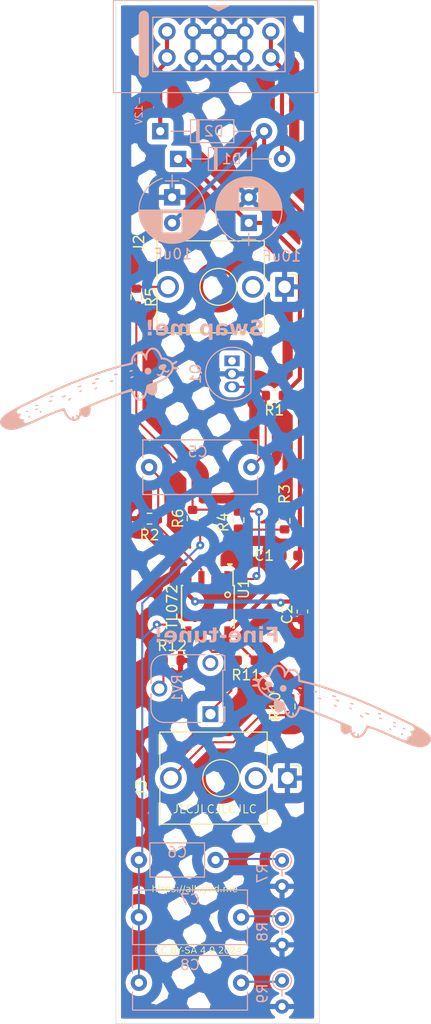
<source format=kicad_pcb>
(kicad_pcb (version 20240108) (generator "pcbnew") (generator_version "8.0")
  (layers (0 "F.Cu" signal) (31 "B.Cu" signal) (34 "B.Paste" user) (35 "F.Paste" user) (36 "B.SilkS" user "B.Silkscreen") (37 "F.SilkS" user "F.Silkscreen") (38 "B.Mask" user) (39 "F.Mask" user) (44 "Edge.Cuts" user))
  (net 0 "")
  (net 1 "Net-(U1A-+)")
  (net 2 "+12V")
  (net 3 "Net-(D1-A)")
  (net 4 "-12V")
  (net 5 "Net-(D2-K)")
  (net 6 "GND")
  (net 7 "Net-(Q1-E)")
  (net 8 "Net-(U1B-+)")
  (net 9 "Net-(U1A--)")
  (net 11 "Net-(J2-PadT)")
  (net 12 "Net-(J3-PadT)")
  (net 15 "/WHITE_NOISE")
  (net 16 "Net-(C6-Pad1)")
  (net 17 "Net-(U1B--)")
  (net 18 "Net-(C7-Pad1)")
  (net 19 "Net-(C8-Pad1)")
  (net 20 "Net-(R10-Pad2)")
  (net 21 "Net-(R12-Pad1)")
  (footprint "Resistor_SMD:R_0603_1608Metric" (layer "F.Cu") (at 115.5 88.62 180)
    (property "Reference" "R1" (at 0 -1.43 180) (layer "F.SilkS"))
    (property "Value" "100k")
    (pad "1" smd roundrect (at -0.825 0 180) (size 0.8 0.95) (layers "F.Cu" "F.Paste" "F.Mask") (net 2 "+12V"))
    (pad "2" smd roundrect (at 0.825 0 180) (size 0.8 0.95) (layers "F.Cu" "F.Paste" "F.Mask") (net 7 "Net-(Q1-E)"))
  )
  (footprint "Resistor_SMD:R_0603_1608Metric" (layer "F.Cu") (at 103.29 100.65)
    (property "Reference" "R2" (at 0 1.6 0) (layer "F.SilkS"))
    (property "Value" "100k")
    (pad "1" smd roundrect (at -0.825 0) (size 0.8 0.95) (layers "F.Cu" "F.Paste" "F.Mask") (net 6 "GND"))
    (pad "2" smd roundrect (at 0.825 0) (size 0.8 0.95) (layers "F.Cu" "F.Paste" "F.Mask") (net 1 "Net-(U1A-+)"))
  )
  (footprint "Resistor_SMD:R_0603_1608Metric" (layer "F.Cu") (at 105.5 114.5)
    (property "Reference" "R12" (at 0 -1.43 0) (layer "F.SilkS"))
    (property "Value" "10k")
    (pad "1" smd roundrect (at -0.825 0) (size 0.8 0.95) (layers "F.Cu" "F.Paste" "F.Mask") (net 21 "Net-(R12-Pad1)"))
    (pad "2" smd roundrect (at 0.825 0) (size 0.8 0.95) (layers "F.Cu" "F.Paste" "F.Mask") (net 6 "GND"))
  )
  (footprint "Resistor_SMD:R_0603_1608Metric" (layer "F.Cu") (at 117 119 90)
    (property "Reference" "R10" (at 0 -1.43 90) (layer "F.SilkS"))
    (property "Value" "1k")
    (pad "1" smd roundrect (at -0.825 0 90) (size 0.8 0.95) (layers "F.Cu" "F.Paste" "F.Mask") (net 12 "Net-(J3-PadT)"))
    (pad "2" smd roundrect (at 0.825 0 90) (size 0.8 0.95) (layers "F.Cu" "F.Paste" "F.Mask") (net 20 "Net-(R10-Pad2)"))
  )
  (footprint "Resistor_SMD:R_0603_1608Metric" (layer "F.Cu") (at 107.5 100.62 90)
    (property "Reference" "R6" (at 0 -1.43 90) (layer "F.SilkS"))
    (property "Value" "100k")
    (pad "1" smd roundrect (at -0.825 0 90) (size 0.8 0.95) (layers "F.Cu" "F.Paste" "F.Mask") (net 8 "Net-(U1B-+)"))
    (pad "2" smd roundrect (at 0.825 0 90) (size 0.8 0.95) (layers "F.Cu" "F.Paste" "F.Mask") (net 15 "/WHITE_NOISE"))
  )
  (footprint "Resistor_SMD:R_0603_1608Metric" (layer "F.Cu") (at 112 100.79 -90)
    (property "Reference" "R4" (at 0.21 1.5 -90) (layer "F.SilkS"))
    (property "Value" "100k")
    (pad "1" smd roundrect (at -0.825 0 270) (size 0.8 0.95) (layers "F.Cu" "F.Paste" "F.Mask") (net 15 "/WHITE_NOISE"))
    (pad "2" smd roundrect (at 0.825 0 270) (size 0.8 0.95) (layers "F.Cu" "F.Paste" "F.Mask") (net 9 "Net-(U1A--)"))
  )
  (footprint "Resistor_SMD:R_0603_1608Metric" (layer "F.Cu") (at 102 79 -90)
    (property "Reference" "R5" (at 0 -1.43 -90) (layer "F.SilkS"))
    (property "Value" "1k")
    (pad "1" smd roundrect (at -0.825 0 270) (size 0.8 0.95) (layers "F.Cu" "F.Paste" "F.Mask") (net 11 "Net-(J2-PadT)"))
    (pad "2" smd roundrect (at 0.825 0 270) (size 0.8 0.95) (layers "F.Cu" "F.Paste" "F.Mask") (net 15 "/WHITE_NOISE"))
  )
  (footprint "Capacitor_SMD:C_0603_1608Metric" (layer "F.Cu") (at 117.025 104.25 180)
    (property "Reference" "C1" (at 2.525 0 0) (layer "F.SilkS"))
    (property "Value" "0.1uF")
    (pad "1" smd roundrect (at -0.775 0 180) (size 0.9 0.95) (layers "F.Cu" "F.Paste" "F.Mask") (net 2 "+12V"))
    (pad "2" smd roundrect (at 0.775 0 180) (size 0.9 0.95) (layers "F.Cu" "F.Paste" "F.Mask") (net 6 "GND"))
  )
  (footprint "Capacitor_SMD:C_0603_1608Metric" (layer "F.Cu") (at 118.25 109.725 -90)
    (property "Reference" "C2" (at 0.275 1.5 90) (layer "F.SilkS"))
    (property "Value" "0.1uF")
    (pad "1" smd roundrect (at -0.775 0 270) (size 0.9 0.95) (layers "F.Cu" "F.Paste" "F.Mask") (net 4 "-12V"))
    (pad "2" smd roundrect (at 0.775 0 270) (size 0.9 0.95) (layers "F.Cu" "F.Paste" "F.Mask") (net 6 "GND"))
  )
  (footprint "Connector_Audio:Jack_3.5mm_QingPu_WQP-PJ398SM_Vertical_CircularHoles" (layer "F.Cu") (at 116.78 126 -90)
    (property "Reference" "J3" (at 1 14.28 90) (layer "F.SilkS"))
    (property "Value" "WHITE" (hide yes))
    (pad "S" thru_hole rect (at 0 0 90) (size 1.93 1.83) (drill 1.22) (layers "*.Cu" "*.Mask") (net 6 "GND"))
    (pad "T" thru_hole circle (at 0 11.4 90) (size 2.13 2.13) (drill 1.43) (layers "*.Cu" "*.Mask") (net 12 "Net-(J3-PadT)"))
    (pad "TN" thru_hole circle (at 0 3.1 90) (size 2.13 2.13) (drill 1.42) (layers "*.Cu" "*.Mask"))
    (zone (net 0) (net_name "") (layer "F.Cu") (connect_pads (clearance 0)) (min_thickness 0.254)
      (keepout (tracks not_allowed) (vias not_allowed) (pads not_allowed) (copperpour not_allowed) (footprints not_allowed))
      (fill (thermal_gap 0.508) (thermal_bridge_width 0.508))
      (polygon (pts (xy 110.3 127.505141) (xy 110.545829 127.48493) (xy 110.785055 127.424841) (xy 111.011256 127.326486) (xy 111.218355 127.192508) (xy 111.40079 127.026504) (xy 111.553664 126.832932) (xy 111.672869 126.616992) (xy 111.755206 126.384482) (xy 111.798461 126.141646) (xy 111.801475 125.895007) (xy 111.764165 125.651187) (xy 111.687534 125.416734) (xy 111.57364 125.197946) (xy 111.425542 125.000697) (xy 111.247216 124.830286) (xy 111.043452 124.691288) (xy 110.819722 124.587436) (xy 110.582035 124.521519) (xy 110.336774 124.495308) (xy 110.090525 124.509507) (xy 109.849901 124.563734) (xy 109.621366 124.656532) (xy 109.411055 124.785411) (xy 109.224618 124.946908) (xy 109.067061 125.136687) (xy 108.942615 125.34965) (xy 108.854623 125.580079) (xy 108.805447 125.821785) (xy 108.796408 126.068278) (xy 108.82775 126.312936) (xy 108.89863 126.549191) (xy 109.007144 126.770697) (xy 109.150379 126.971505) (xy 109.324488 127.146223) (xy 109.524795 127.290158) (xy 109.745921 127.399445) (xy 109.981926 127.471149) (xy 110.226474 127.503344)))
    )
  )
  (footprint "Connector_Audio:Jack_3.5mm_QingPu_WQP-PJ398SM_Vertical_CircularHoles" (layer "F.Cu") (at 116.5 78 -90)
    (property "Reference" "J2" (at -4.25 14.25 90) (layer "F.SilkS"))
    (property "Value" "PINK" (hide yes))
    (pad "S" thru_hole rect (at 0 0 90) (size 1.93 1.83) (drill 1.22) (layers "*.Cu" "*.Mask") (net 6 "GND"))
    (pad "T" thru_hole circle (at 0 11.4 90) (size 2.13 2.13) (drill 1.43) (layers "*.Cu" "*.Mask") (net 11 "Net-(J2-PadT)"))
    (pad "TN" thru_hole circle (at 0 3.1 90) (size 2.13 2.13) (drill 1.42) (layers "*.Cu" "*.Mask"))
    (zone (net 0) (net_name "") (layer "F.Cu") (connect_pads (clearance 0)) (min_thickness 0.254)
      (keepout (tracks not_allowed) (vias not_allowed) (pads not_allowed) (copperpour not_allowed) (footprints not_allowed))
      (fill (thermal_gap 0.508) (thermal_bridge_width 0.508))
      (polygon (pts (xy 110.02 79.505141) (xy 110.265829 79.48493) (xy 110.505055 79.424841) (xy 110.731256 79.326486) (xy 110.938355 79.192508) (xy 111.12079 79.026504) (xy 111.273664 78.832932) (xy 111.392869 78.616992) (xy 111.475206 78.384482) (xy 111.518461 78.141646) (xy 111.521475 77.895007) (xy 111.484165 77.651187) (xy 111.407534 77.416734) (xy 111.29364 77.197946) (xy 111.145542 77.000697) (xy 110.967216 76.830286) (xy 110.763452 76.691288) (xy 110.539722 76.587436) (xy 110.302035 76.521519) (xy 110.056774 76.495308) (xy 109.810525 76.509507) (xy 109.569901 76.563734) (xy 109.341366 76.656532) (xy 109.131055 76.785411) (xy 108.944618 76.946908) (xy 108.787061 77.136687) (xy 108.662615 77.34965) (xy 108.574623 77.580079) (xy 108.525447 77.821785) (xy 108.516408 78.068278) (xy 108.54775 78.312936) (xy 108.61863 78.549191) (xy 108.727144 78.770697) (xy 108.870379 78.971505) (xy 109.044488 79.146223) (xy 109.244795 79.290158) (xy 109.465921 79.399445) (xy 109.701926 79.471149) (xy 109.946474 79.503344)))
    )
  )
  (footprint "PCM_4ms_Package_SOIC:SOIC-8_3.9x4.9mm_Pitch1.27mm" (layer "F.Cu") (at 109 109.25 -90)
    (property "Reference" "U1" (at -1.75 -3.5 -90) (layer "F.SilkS"))
    (property "Value" "TL072" (at 0 3.5 -90) (layer "F.SilkS"))
    (pad "1" smd rect (at -2.7 -1.905 270) (size 1.55 0.6) (layers "F.Cu" "F.Paste" "F.Mask") (net 15 "/WHITE_NOISE"))
    (pad "2" smd rect (at -2.7 -0.635 270) (size 1.55 0.6) (layers "F.Cu" "F.Paste" "F.Mask") (net 9 "Net-(U1A--)"))
    (pad "3" smd rect (at -2.7 0.635 270) (size 1.55 0.6) (layers "F.Cu" "F.Paste" "F.Mask") (net 1 "Net-(U1A-+)"))
    (pad "4" smd rect (at -2.7 1.905 270) (size 1.55 0.6) (layers "F.Cu" "F.Paste" "F.Mask") (net 4 "-12V"))
    (pad "5" smd rect (at 2.7 1.905 270) (size 1.55 0.6) (layers "F.Cu" "F.Paste" "F.Mask") (net 8 "Net-(U1B-+)"))
    (pad "6" smd rect (at 2.7 0.635 270) (size 1.55 0.6) (layers "F.Cu" "F.Paste" "F.Mask") (net 17 "Net-(U1B--)"))
    (pad "7" smd rect (at 2.7 -0.635 270) (size 1.55 0.6) (layers "F.Cu" "F.Paste" "F.Mask") (net 20 "Net-(R10-Pad2)"))
    (pad "8" smd rect (at 2.7 -1.905 270) (size 1.55 0.6) (layers "F.Cu" "F.Paste" "F.Mask") (net 2 "+12V"))
  )
  (footprint "Resistor_SMD:R_0603_1608Metric" (layer "F.Cu") (at 116.5 100.87 -90)
    (property "Reference" "R3" (at -2.62 0 -90) (layer "F.SilkS"))
    (property "Value" "680")
    (pad "1" smd roundrect (at -0.825 0 270) (size 0.8 0.95) (layers "F.Cu" "F.Paste" "F.Mask") (net 6 "GND"))
    (pad "2" smd roundrect (at 0.825 0 270) (size 0.8 0.95) (layers "F.Cu" "F.Paste" "F.Mask") (net 9 "Net-(U1A--)"))
  )
  (footprint "Resistor_SMD:R_0603_1608Metric" (layer "F.Cu") (at 112.75 114.5 180)
    (property "Reference" "R11" (at 0 -1.43 180) (layer "F.SilkS"))
    (property "Value" "100k")
    (pad "1" smd roundrect (at -0.825 0 180) (size 0.8 0.95) (layers "F.Cu" "F.Paste" "F.Mask") (net 20 "Net-(R10-Pad2)"))
    (pad "2" smd roundrect (at 0.825 0 180) (size 0.8 0.95) (layers "F.Cu" "F.Paste" "F.Mask") (net 17 "Net-(U1B--)"))
  )
  (footprint "misc:logo" (layer "B.Cu") (at 122 119.5 160)
    (property "Reference" "G***" (hide yes))
    (property "Value" "LOGO" (hide yes))
  )
  (footprint "Capacitor_THT:C_Rect_L11.0mm_W5.1mm_P10.00mm_MKT" (layer "B.Cu") (at 112.25 146 180)
    (property "Reference" "C8" (at 5 1.75 0) (layer "B.SilkS") (effects (justify mirror)))
    (property "Value" ".033uF")
    (pad "1" thru_hole circle (at 0 0 180) (size 1.6 1.6) (drill 0.8) (layers "*.Cu" "*.Mask") (net 19 "Net-(C8-Pad1)"))
    (pad "2" thru_hole circle (at 10 0 180) (size 1.6 1.6) (drill 0.8) (layers "*.Cu" "*.Mask") (net 8 "Net-(U1B-+)"))
  )
  (footprint "Capacitor_THT:C_Axial_L5.1mm_D3.1mm_P7.50mm_Horizontal" (layer "B.Cu") (at 109.75 134 180)
    (property "Reference" "C6" (at 3.75 0.75 0) (layer "B.SilkS") (effects (justify mirror)))
    (property "Value" "330pf")
    (pad "1" thru_hole circle (at 0 0 180) (size 1.6 1.6) (drill 0.8) (layers "*.Cu" "*.Mask") (net 16 "Net-(C6-Pad1)"))
    (pad "2" thru_hole oval (at 7.5 0 180) (size 1.6 1.6) (drill 0.8) (layers "*.Cu" "*.Mask") (net 8 "Net-(U1B-+)"))
  )
  (footprint "PCM_4ms_Capacitor:CP_Radial_P2.5mm" (layer "B.Cu") (at 113 71.75 90)
    (property "Reference" "C3" (hide yes))
    (property "Value" "10uF" (at -3.25 3.25 0) (layer "B.SilkS") (effects (font (size 1.016 1.016) (thickness 0.1524)) (justify mirror)))
    (pad "1" thru_hole rect (at 0 0 90) (size 1.6 1.6) (drill 0.8) (layers "*.Cu" "*.Mask") (net 2 "+12V"))
    (pad "2" thru_hole circle (at 2.5 0 90) (size 1.6 1.6) (drill 0.8) (layers "*.Cu" "*.Mask") (net 6 "GND"))
  )
  (footprint "Resistor_THT:R_Axial_DIN0204_L3.6mm_D1.6mm_P2.54mm_Vertical" (layer "B.Cu") (at 116.25 145.78 -90)
    (property "Reference" "R9" (at 1.27 1.92 90) (layer "B.SilkS") (effects (justify mirror)))
    (property "Value" "47k")
    (pad "1" thru_hole circle (at 0 0 270) (size 1.4 1.4) (drill 0.7) (layers "*.Cu" "*.Mask") (net 19 "Net-(C8-Pad1)"))
    (pad "2" thru_hole oval (at 2.54 0 270) (size 1.4 1.4) (drill 0.7) (layers "*.Cu" "*.Mask") (net 6 "GND"))
  )
  (footprint "Diode_THT:D_DO-35_SOD27_P10.16mm_Horizontal" (layer "B.Cu") (at 104.34 62.79)
    (property "Reference" "D2" (at 5.25 0 0) (layer "B.SilkS") (effects (justify mirror)))
    (property "Value" "1N5817" (hide yes))
    (pad "1" thru_hole rect (at 0 0) (size 1.6 1.6) (drill 0.8) (layers "*.Cu" "*.Mask") (net 5 "Net-(D2-K)"))
    (pad "2" thru_hole oval (at 10.16 0) (size 1.6 1.6) (drill 0.8) (layers "*.Cu" "*.Mask") (net 4 "-12V"))
  )
  (footprint "Diode_THT:D_DO-35_SOD27_P10.16mm_Horizontal" (layer "B.Cu") (at 106.09 65.5)
    (property "Reference" "D1" (at 5.25 0 0) (layer "B.SilkS") (effects (justify mirror)))
    (property "Value" "1N5817" (hide yes))
    (pad "1" thru_hole rect (at 0 0) (size 1.6 1.6) (drill 0.8) (layers "*.Cu" "*.Mask") (net 2 "+12V"))
    (pad "2" thru_hole oval (at 10.16 0) (size 1.6 1.6) (drill 0.8) (layers "*.Cu" "*.Mask") (net 3 "Net-(D1-A)"))
  )
  (footprint "Potentiometer_THT:Potentiometer_Runtron_RM-065_Vertical" (layer "B.Cu") (at 109.25 119.75 90)
    (property "Reference" "RV1" (at 2.5 -3.25 90) (layer "B.SilkS") (effects (justify mirror)))
    (property "Value" "10k")
    (pad "1" thru_hole rect (at 0 0 90) (size 1.56 1.56) (drill 1) (layers "*.Cu" "*.Mask") (net 17 "Net-(U1B--)"))
    (pad "2" thru_hole circle (at 2.5 -5 90) (size 1.56 1.56) (drill 1) (layers "*.Cu" "*.Mask") (net 21 "Net-(R12-Pad1)"))
    (pad "3" thru_hole circle (at 5 0 90) (size 1.56 1.56) (drill 1) (layers "*.Cu" "*.Mask"))
  )
  (footprint "Resistor_THT:R_Axial_DIN0204_L3.6mm_D1.6mm_P2.54mm_Vertical" (layer "B.Cu") (at 116.25 139.75 -90)
    (property "Reference" "R8" (at 1.27 1.92 90) (layer "B.SilkS") (effects (justify mirror)))
    (property "Value" "10k")
    (pad "1" thru_hole circle (at 0 0 270) (size 1.4 1.4) (drill 0.7) (layers "*.Cu" "*.Mask") (net 18 "Net-(C7-Pad1)"))
    (pad "2" thru_hole oval (at 2.54 0 270) (size 1.4 1.4) (drill 0.7) (layers "*.Cu" "*.Mask") (net 6 "GND"))
  )
  (footprint "misc:logo" (layer "B.Cu") (at 97.5 88.5 -160)
    (property "Reference" "G***" (hide yes))
    (property "Value" "LOGO" (hide yes))
  )
  (footprint "Capacitor_THT:C_Rect_L11.0mm_W5.1mm_P10.00mm_MKT" (layer "B.Cu") (at 113.25 95.62 180)
    (property "Reference" "C5" (at 5.25 1.5 0) (layer "B.SilkS") (effects (justify mirror)))
    (property "Value" "0.22uf")
    (pad "1" thru_hole circle (at 0 0 180) (size 1.6 1.6) (drill 0.8) (layers "*.Cu" "*.Mask") (net 7 "Net-(Q1-E)"))
    (pad "2" thru_hole circle (at 10 0 180) (size 1.6 1.6) (drill 0.8) (layers "*.Cu" "*.Mask") (net 1 "Net-(U1A-+)"))
  )
  (footprint "PCM_4ms_Capacitor:CP_Radial_P2.5mm" (layer "B.Cu") (at 105.5 69.25 -90)
    (property "Reference" "C4" (hide yes))
    (property "Value" "10uF" (at 5.54 -0.09 0) (layer "B.SilkS") (effects (font (size 1.016 1.016) (thickness 0.1524)) (justify mirror)))
    (pad "1" thru_hole rect (at 0 0 270) (size 1.6 1.6) (drill 0.8) (layers "*.Cu" "*.Mask") (net 6 "GND"))
    (pad "2" thru_hole circle (at 2.5 0 270) (size 1.6 1.6) (drill 0.8) (layers "*.Cu" "*.Mask") (net 4 "-12V"))
  )
  (footprint "Capacitor_THT:C_Rect_L11.0mm_W5.1mm_P10.00mm_MKT" (layer "B.Cu") (at 112.25 139.6 180)
    (property "Reference" "C7" (at 5 1.75 0) (layer "B.SilkS") (effects (justify mirror)))
    (property "Value" ".0033uF")
    (pad "1" thru_hole circle (at 0 0 180) (size 1.6 1.6) (drill 0.8) (layers "*.Cu" "*.Mask") (net 18 "Net-(C7-Pad1)"))
    (pad "2" thru_hole circle (at 10 0 180) (size 1.6 1.6) (drill 0.8) (layers "*.Cu" "*.Mask") (net 8 "Net-(U1B-+)"))
  )
  (footprint "Package_TO_SOT_THT:TO-92_Inline" (layer "B.Cu") (at 111.36 85.23 -90)
    (property "Reference" "Q1" (at 1.27 3.56 90) (layer "B.SilkS") (effects (justify mirror)))
    (property "Value" "BC548")
    (pad "1" thru_hole rect (at 0 0 270) (size 1.05 1.5) (drill 0.75) (layers "*.Cu" "*.Mask"))
    (pad "2" thru_hole oval (at 1.27 0 270) (size 1.05 1.5) (drill 0.75) (layers "*.Cu" "*.Mask") (net 6 "GND"))
    (pad "3" thru_hole oval (at 2.54 0 270) (size 1.05 1.5) (drill 0.75) (layers "*.Cu" "*.Mask") (net 7 "Net-(Q1-E)"))
  )
  (footprint "Resistor_THT:R_Axial_DIN0204_L3.6mm_D1.6mm_P2.54mm_Vertical" (layer "B.Cu") (at 116.25 134.03 -90)
    (property "Reference" "R7" (at 1.27 1.92 90) (layer "B.SilkS") (effects (justify mirror)))
    (property "Value" "2k")
    (pad "1" thru_hole circle (at 0 0 270) (size 1.4 1.4) (drill 0.7) (layers "*.Cu" "*.Mask") (net 16 "Net-(C6-Pad1)"))
    (pad "2" thru_hole oval (at 2.54 0 270) (size 1.4 1.4) (drill 0.7) (layers "*.Cu" "*.Mask") (net 6 "GND"))
  )
  (footprint "misc:Pins_2x05_2.54mm_TH_Europower_shrouded" (layer "B.Cu") (at 108.5 54.52 90)
    (property "Reference" "J1" (hide yes))
    (property "Value" "EURO_PWR_2x5" (hide yes))
    (fp_text user "-12V" (at -6.23 -6.25 -90) (layer "B.SilkS") (effects (font (size 0.7 0.7) (thickness 0.1)) (justify mirror)))
    (pad "1" thru_hole oval (at -1.06 6.66 90) (size 1.7 1.7) (drill 1) (layers "*.Cu" "*.Mask") (net 3 "Net-(D1-A)"))
    (pad "2" thru_hole oval (at 1.48 6.66 90) (size 1.7 1.7) (drill 1) (layers "*.Cu" "*.Mask") (net 3 "Net-(D1-A)"))
    (pad "3" thru_hole oval (at -1.06 4.12 90) (size 1.7 1.7) (drill 1) (layers "*.Cu" "*.Mask") (net 6 "GND"))
    (pad "4" thru_hole oval (at 1.48 4.12 90) (size 1.7 1.7) (drill 1) (layers "*.Cu" "*.Mask") (net 6 "GND"))
    (pad "5" thru_hole oval (at -1.06 1.58 90) (size 1.7 1.7) (drill 1) (layers "*.Cu" "*.Mask") (net 6 "GND"))
    (pad "6" thru_hole oval (at 1.48 1.58 90) (size 1.7 1.7) (drill 1) (layers "*.Cu" "*.Mask") (net 6 "GND"))
    (pad "7" thru_hole oval (at -1.06 -0.96 90) (size 1.7 1.7) (drill 1) (layers "*.Cu" "*.Mask") (net 6 "GND"))
    (pad "8" thru_hole oval (at 1.48 -0.96 90) (size 1.7 1.7) (drill 1) (layers "*.Cu" "*.Mask") (net 6 "GND"))
    (pad "9" thru_hole oval (at -1.06 -3.5 90) (size 1.7 1.7) (drill 1) (layers "*.Cu" "*.Mask") (net 5 "Net-(D2-K)"))
    (pad "10" thru_hole oval (at 1.48 -3.5 90) (size 1.7 1.7) (drill 1) (layers "*.Cu" "*.Mask") (net 5 "Net-(D2-K)"))
  )
  (gr_rect (start 100 50) (end 119.9 150) (stroke (width 0.05)) (fill none) (layer "Edge.Cuts"))
  (gr_text "Swap me!" (at 114.5 83 -0) (layer "B.SilkS") (effects (font (size 1.5 1.5) (thickness 0.3) (bold yes)) (justify left bottom mirror)))
  (gr_text "Fine-tune!\n" (at 116 113 0) (layer "B.SilkS") (effects (font (size 1.5 1.5) (thickness 0.3) (bold yes)) (justify left bottom mirror)))
  (gr_text "https://alloyed.me" (at 103.5 137.25 0) (layer "F.SilkS") (effects (font (size 0.66 0.66) (thickness 1)) (justify left bottom)))
  (gr_text "JLCJLCJLCJLC" (at 105.5 129.5 0) (layer "F.SilkS") (effects (font (size 0.8 0.8) (thickness 0.1)) (justify left bottom)))
  (gr_text "CC BY-SA 4.0 2024" (at 103.75 143.25 0) (layer "F.SilkS") (effects (font (size 0.66 0.66) (thickness 0.165)) (justify left bottom)))
  (segment (start 104.14 101.39) (end 104.14 100.65) (width 0.2) (layer "F.Cu") (net 1))
  (segment (start 103.25 95.62) (end 104.14 96.51) (width 0.2) (layer "F.Cu") (net 1))
  (segment (start 104.14 96.51) (end 104.14 100.65) (width 0.2) (layer "F.Cu") (net 1))
  (segment (start 108.365 105.615) (end 104.14 101.39) (width 0.2) (layer "F.Cu") (net 1))
  (segment (start 108.365 106.55) (end 108.365 105.615) (width 0.2) (layer "F.Cu") (net 1))
  (segment (start 118 104.855) (end 118 90.27) (width 0.4) (layer "F.Cu") (net 2))
  (segment (start 106.75 65.5) (end 113 71.75) (width 0.4) (layer "F.Cu") (net 2))
  (segment (start 114.75 71.75) (end 113 71.75) (width 0.4) (layer "F.Cu") (net 2))
  (segment (start 116.35 88.62) (end 118 86.97) (width 0.4) (layer "F.Cu") (net 2))
  (segment (start 118 75) (end 114.75 71.75) (width 0.4) (layer "F.Cu") (net 2))
  (segment (start 118 86.97) (end 118 75) (width 0.4) (layer "F.Cu") (net 2))
  (segment (start 118 90.27) (end 116.35 88.62) (width 0.4) (layer "F.Cu") (net 2))
  (segment (start 106.09 65.5) (end 106.75 65.5) (width 0.2) (layer "F.Cu") (net 2))
  (segment (start 110.905 111.95) (end 118 104.855) (width 0.4) (layer "F.Cu") (net 2))
  (segment (start 115.16 53.04) (end 115.16 55.58) (width 0.4) (layer "F.Cu") (net 3))
  (segment (start 115.16 55.58) (end 116.25 56.67) (width 0.4) (layer "F.Cu") (net 3))
  (segment (start 116.25 56.67) (end 116.25 65.5) (width 0.4) (layer "F.Cu") (net 3))
  (segment (start 118.75 71.25) (end 114.5 67) (width 0.4) (layer "F.Cu") (net 4))
  (segment (start 118 108.75) (end 116.226322 108.75) (width 0.4) (layer "F.Cu") (net 4))
  (segment (start 118.25 108.95) (end 118.25 107.75) (width 0.4) (layer "F.Cu") (net 4))
  (segment (start 107.095 108.095) (end 107.095 106.55) (width 0.4) (layer "F.Cu") (net 4))
  (segment (start 118.25 108.95) (end 118.55 108.65) (width 0.2) (layer "F.Cu") (net 4))
  (segment (start 118.75 107.25) (end 118.75 71.25) (width 0.4) (layer "F.Cu") (net 4))
  (segment (start 107.75 108.75) (end 107.095 108.095) (width 0.4) (layer "F.Cu") (net 4))
  (segment (start 116.226322 108.75) (end 116.113161 108.863161) (width 0.4) (layer "F.Cu") (net 4))
  (segment (start 118.25 107.75) (end 118.75 107.25) (width 0.4) (layer "F.Cu") (net 4))
  (segment (start 114.5 67) (end 114.5 62.79) (width 0.4) (layer "F.Cu") (net 4))
  (via (at 116.113161 108.863161) (size 0.8) (drill 0.3) (layers "F.Cu" "B.Cu") (net 4))
  (via (at 107.75 108.75) (size 0.8) (drill 0.3) (layers "F.Cu" "B.Cu") (net 4))
  (segment (start 105.5 71.75) (end 114.46 62.79) (width 0.4) (layer "B.Cu") (net 4))
  (segment (start 107.75 108.75) (end 116 108.75) (width 0.4) (layer "B.Cu") (net 4))
  (segment (start 116 108.75) (end 116.113161 108.863161) (width 0.4) (layer "B.Cu") (net 4))
  (segment (start 114.46 62.79) (end 114.5 62.79) (width 0.2) (layer "B.Cu") (net 4))
  (segment (start 105 55.58) (end 105 56) (width 0.2) (layer "F.Cu") (net 5))
  (segment (start 104.34 56.66) (end 104.34 62.79) (width 0.4) (layer "F.Cu") (net 5))
  (segment (start 105 56) (end 104.34 56.66) (width 0.4) (layer "F.Cu") (net 5))
  (segment (start 105 53.04) (end 105 55.58) (width 0.4) (layer "F.Cu") (net 5))
  (segment (start 114.65 94.22) (end 113.25 95.62) (width 0.2) (layer "F.Cu") (net 7))
  (segment (start 111.36 87.77) (end 113.8 87.77) (width 0.2) (layer "F.Cu") (net 7))
  (segment (start 113.8 87.77) (end 114.65 88.62) (width 0.2) (layer "F.Cu") (net 7))
  (segment (start 114.65 88.62) (end 114.65 94.22) (width 0.2) (layer "F.Cu") (net 7))
  (segment (start 108.25 103.25) (end 108.25 102.22) (width 0.2) (layer "F.Cu") (net 8))
  (segment (start 108.25 102.22) (end 107.5 101.47) (width 0.2) (layer "F.Cu") (net 8))
  (segment (start 104 111) (end 106.145 111) (width 0.2) (layer "F.Cu") (net 8))
  (segment (start 106.145 111) (end 107.095 111.95) (width 0.2) (layer "F.Cu") (net 8))
  (via (at 104 111) (size 0.8) (drill 0.3) (layers "F.Cu" "B.Cu") (net 8))
  (via (at 108.25 103.25) (size 0.8) (drill 0.3) (layers "F.Cu" "B.Cu") (net 8))
  (segment (start 108.25 103.25) (end 102.58 108.92) (width 0.2) (layer "B.Cu") (net 8))
  (segment (start 102.58 108.92) (end 102.58 114.42) (width 0.2) (layer "B.Cu") (net 8))
  (segment (start 102.58 114.42) (end 102.58 133.67) (width 0.2) (layer "B.Cu") (net 8))
  (segment (start 102.58 112.42) (end 102.58 114.42) (width 0.2) (layer "B.Cu") (net 8))
  (segment (start 104 111) (end 102.58 112.42) (width 0.2) (layer "B.Cu") (net 8))
  (segment (start 102.25 134) (end 102.25 139.6) (width 0.2) (layer "B.Cu") (net 8))
  (segment (start 102.25 139.6) (end 102.25 146) (width 0.2) (layer "B.Cu") (net 8))
  (segment (start 102.58 133.67) (end 102.25 134) (width 0.2) (layer "B.Cu") (net 8))
  (segment (start 112.08 101.72) (end 112 101.64) (width 0.2) (layer "F.Cu") (net 9))
  (segment (start 112 101.64) (end 111.975 101.64) (width 0.2) (layer "F.Cu") (net 9))
  (segment (start 111.975 101.64) (end 109.635 103.98) (width 0.2) (layer "F.Cu") (net 9))
  (segment (start 109.635 103.98) (end 109.635 106.55) (width 0.2) (layer "F.Cu") (net 9))
  (segment (start 116.5 101.72) (end 112.08 101.72) (width 0.2) (layer "F.Cu") (net 9))
  (segment (start 102.15 78) (end 102 78.15) (width 0.2) (layer "F.Cu") (net 11))
  (segment (start 105.1 78) (end 102.15 78) (width 0.2) (layer "F.Cu") (net 11))
  (segment (start 108.88 122.5) (end 105.38 126) (width 0.2) (layer "F.Cu") (net 12))
  (segment (start 114.15 119.85) (end 111.5 122.5) (width 0.2) (layer "F.Cu") (net 12))
  (segment (start 111.5 122.5) (end 108.88 122.5) (width 0.2) (layer "F.Cu") (net 12))
  (segment (start 117 119.85) (end 114.15 119.85) (width 0.2) (layer "F.Cu") (net 12))
  (segment (start 113.75 106.25) (end 113.45 106.55) (width 0.2) (layer "F.Cu") (net 15))
  (segment (start 107.5 99.77) (end 107.5 96.5) (width 0.2) (layer "F.Cu") (net 15))
  (segment (start 111.64 99.77) (end 107.5 99.77) (width 0.2) (layer "F.Cu") (net 15))
  (segment (start 113.94 99.94) (end 111.81 99.94) (width 0.2) (layer "F.Cu") (net 15))
  (segment (start 102 91) (end 102 79.85) (width 0.2) (layer "F.Cu") (net 15))
  (segment (start 114 100) (end 113.94 99.94) (width 0.2) (layer "F.Cu") (net 15))
  (segment (start 111.81 99.94) (end 111.64 99.77) (width 0.2) (layer "F.Cu") (net 15))
  (segment (start 113.45 106.55) (end 110.905 106.55) (width 0.2) (layer "F.Cu") (net 15))
  (segment (start 107.5 96.5) (end 102 91) (width 0.2) (layer "F.Cu") (net 15))
  (via (at 113.75 106.25) (size 0.8) (drill 0.3) (layers "F.Cu" "B.Cu") (net 15))
  (via (at 114 100) (size 0.8) (drill 0.3) (layers "F.Cu" "B.Cu") (net 15))
  (segment (start 114 106) (end 113.75 106.25) (width 0.2) (layer "B.Cu") (net 15))
  (segment (start 114 100) (end 114 106) (width 0.2) (layer "B.Cu") (net 15))
  (segment (start 116.25 133.9) (end 109.85 133.9) (width 0.2) (layer "B.Cu") (net 16))
  (segment (start 109.85 133.9) (end 109.75 134) (width 0.2) (layer "B.Cu") (net 16))
  (segment (start 111.5 114.5) (end 110.67 113.67) (width 0.2) (layer "F.Cu") (net 17))
  (segment (start 108.365 112.615) (end 108.365 111.95) (width 0.2) (layer "F.Cu") (net 17))
  (segment (start 111.3 116) (end 111.3 117.44) (width 0.2) (layer "F.Cu") (net 17))
  (segment (start 111.3 116) (end 111.9 115.4) (width 0.2) (layer "F.Cu") (net 17))
  (segment (start 110.67 113.67) (end 109.42 113.67) (width 0.2) (layer "F.Cu") (net 17))
  (segment (start 111.3 117.44) (end 108.74 120) (width 0.2) (layer "F.Cu") (net 17))
  (segment (start 108.17 112.145) (end 108.365 111.95) (width 0.2) (layer "F.Cu") (net 17))
  (segment (start 109.42 113.67) (end 108.365 112.615) (width 0.2) (layer "F.Cu") (net 17))
  (segment (start 111.9 114.5) (end 111.5 114.5) (width 0.2) (layer "F.Cu") (net 17))
  (segment (start 111.9 115.4) (end 111.9 114.5) (width 0.2) (layer "F.Cu") (net 17))
  (segment (start 112.35 139.5) (end 112.25 139.6) (width 0.2) (layer "B.Cu") (net 18))
  (segment (start 116.25 139.5) (end 112.35 139.5) (width 0.2) (layer "B.Cu") (net 18))
  (segment (start 112.35 145.9) (end 112.25 146) (width 0.2) (layer "B.Cu") (net 19))
  (segment (start 116.25 145.9) (end 112.35 145.9) (width 0.2) (layer "B.Cu") (net 19))
  (segment (start 117 117.9) (end 113.6 114.5) (width 0.25) (layer "F.Cu") (net 20))
  (segment (start 112.125 113.05) (end 110.28 113.05) (width 0.25) (layer "F.Cu") (net 20))
  (segment (start 117 118.15) (end 117 117.9) (width 0.25) (layer "F.Cu") (net 20))
  (segment (start 110.28 113.05) (end 109.635 112.405) (width 0.25) (layer "F.Cu") (net 20))
  (segment (start 113.575 114.5) (end 112.125 113.05) (width 0.25) (layer "F.Cu") (net 20))
  (segment (start 109.635 112.405) (end 109.635 111.95) (width 0.25) (layer "F.Cu") (net 20))
  (segment (start 104.65 114.5) (end 104.65 116.59) (width 0.2) (layer "F.Cu") (net 21))
  (segment (start 104.65 116.59) (end 103.74 117.5) (width 0.2) (layer "F.Cu") (net 21))
  (zone (net 6) (net_name "GND") (layers "F&B.Cu") (connect_pads (clearance 0.5)) (min_thickness 0.25) (fill yes (mode hatch) (thermal_gap 0.5) (thermal_bridge_width 0.5) (hatch_thickness 1) (hatch_gap 2) (hatch_orientation 30) (hatch_smoothing_level 1) (hatch_smoothing_value 0.33) (hatch_border_algorithm hatch_thickness) (hatch_min_hole_area 0.3))
    (polygon (pts (xy 100 50) (xy 120 50) (xy 119.75 150) (xy 100 150)))
  )
)
</source>
